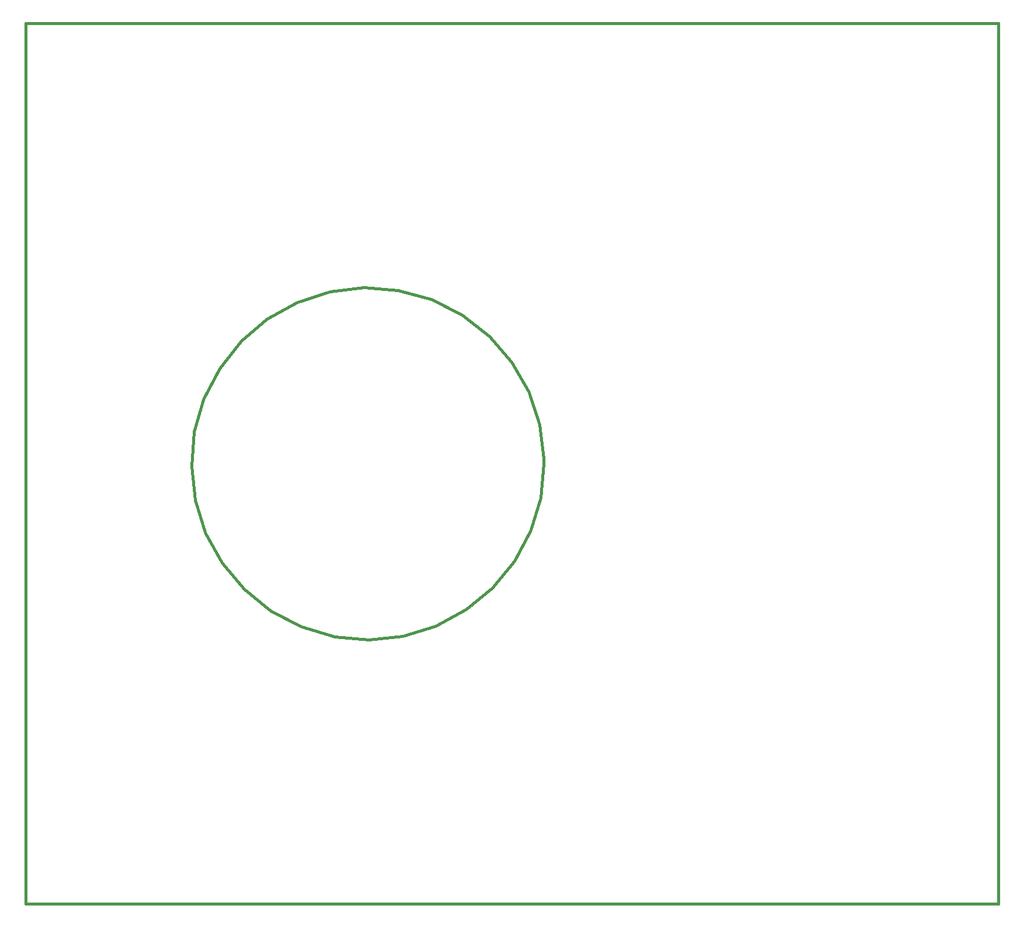
<source format=gbr>
G04 (created by PCBNEW-RS274X (2010-00-09 BZR 23xx)-stable) date So 23 Okt 2011 18:44:42 CEST*
G01*
G70*
G90*
%MOIN*%
G04 Gerber Fmt 3.4, Leading zero omitted, Abs format*
%FSLAX34Y34*%
G04 APERTURE LIST*
%ADD10C,0.006000*%
%ADD11C,0.015000*%
G04 APERTURE END LIST*
G54D10*
G54D11*
X60276Y-41338D02*
X60088Y-43249D01*
X59533Y-45088D01*
X58631Y-46785D01*
X57417Y-48273D01*
X55937Y-49498D01*
X54247Y-50411D01*
X52412Y-50979D01*
X50501Y-51180D01*
X48589Y-51006D01*
X46746Y-50464D01*
X45044Y-49574D01*
X43547Y-48370D01*
X42312Y-46898D01*
X41386Y-45215D01*
X40806Y-43384D01*
X40591Y-41475D01*
X40752Y-39562D01*
X41282Y-37715D01*
X42160Y-36006D01*
X43353Y-34501D01*
X44816Y-33256D01*
X46493Y-32319D01*
X48320Y-31725D01*
X50227Y-31498D01*
X52142Y-31645D01*
X53992Y-32162D01*
X55707Y-33028D01*
X57220Y-34210D01*
X58476Y-35665D01*
X59425Y-37335D01*
X60031Y-39158D01*
X60272Y-41064D01*
X60276Y-41338D01*
X31340Y-16732D02*
X31340Y-65945D01*
X85670Y-16732D02*
X31340Y-16732D01*
X85670Y-65945D02*
X85670Y-16732D01*
X31340Y-65945D02*
X85670Y-65945D01*
M02*

</source>
